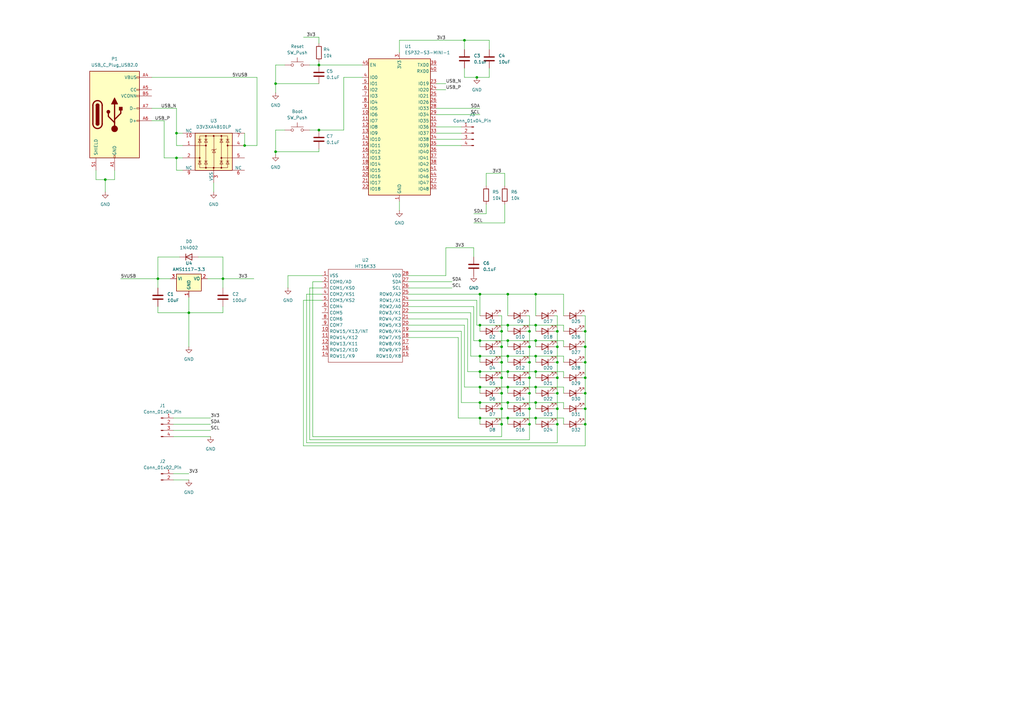
<source format=kicad_sch>
(kicad_sch (version 20231120) (generator "eeschema") (generator_version "8.0")
  (paper "A3")
  (lib_symbols
    (symbol "Connector:Conn_01x02_Pin" (pin_names (offset 1.016) hide)
      (property "Reference" "J" (at 0 2.54 0))
      (property "Value" "Conn_01x02_Pin" (at 0 -5.08 0))
      (symbol "Conn_01x02_Pin_1_1"
        (pin passive line (at 5.08 0 180) (length 3.81) (name "Pin_1") (number "1"))
        (pin passive line (at 5.08 -2.54 180) (length 3.81) (name "Pin_2") (number "2"))
      )
    )
    (symbol "Connector:Conn_01x04_Pin" (pin_names (offset 1.016) hide)
      (property "Reference" "J" (at 0 5.08 0))
      (property "Value" "Conn_01x04_Pin" (at 0 -7.62 0))
      (symbol "Conn_01x04_Pin_1_1"
        (pin passive line (at 5.08 2.54 180) (length 3.81) (name "Pin_1") (number "1"))
        (pin passive line (at 5.08 0 180) (length 3.81) (name "Pin_2") (number "2"))
        (pin passive line (at 5.08 -2.54 180) (length 3.81) (name "Pin_3") (number "3"))
        (pin passive line (at 5.08 -5.08 180) (length 3.81) (name "Pin_4") (number "4"))
      )
    )
    (symbol "Connector:USB_C_Plug_USB2.0" (pin_names (offset 1.016))
      (property "Reference" "P" (at -10.16 19.05 0))
      (property "Value" "USB_C_Plug_USB2.0" (at 12.7 19.05 0))
      (symbol "USB_C_Plug_USB2.0_1_1"
        (pin passive line (at 0 -22.86 90) (length 5.08) (name "GND") (number "A1"))
        (pin passive line (at 0 -22.86 90) (length 5.08) hide (name "GND") (number "A12"))
        (pin passive line (at 15.24 15.24 180) (length 5.08) (name "VBUS") (number "A4"))
        (pin bidirectional line (at 15.24 10.16 180) (length 5.08) (name "CC") (number "A5"))
        (pin bidirectional line (at 15.24 -2.54 180) (length 5.08) (name "D+") (number "A6"))
        (pin bidirectional line (at 15.24 2.54 180) (length 5.08) (name "D-") (number "A7"))
        (pin passive line (at 15.24 15.24 180) (length 5.08) hide (name "VBUS") (number "A9"))
        (pin passive line (at 0 -22.86 90) (length 5.08) hide (name "GND") (number "B1"))
        (pin passive line (at 0 -22.86 90) (length 5.08) hide (name "GND") (number "B12"))
        (pin passive line (at 15.24 15.24 180) (length 5.08) hide (name "VBUS") (number "B4"))
        (pin bidirectional line (at 15.24 7.62 180) (length 5.08) (name "VCONN") (number "B5"))
        (pin passive line (at 15.24 15.24 180) (length 5.08) hide (name "VBUS") (number "B9"))
        (pin passive line (at -7.62 -22.86 90) (length 5.08) (name "SHIELD") (number "S1"))
      )
    )
    (symbol "Device:C" (pin_numbers hide) (pin_names (offset 0.254))
      (property "Reference" "C" (at 0.635 2.54 0))
      (property "Value" "C" (at 0.635 -2.54 0))
      (symbol "C_1_1"
        (pin passive line (at 0 3.81 270) (length 2.794) (name "~") (number "1"))
        (pin passive line (at 0 -3.81 90) (length 2.794) (name "~") (number "2"))
      )
    )
    (symbol "Device:LED" (pin_numbers hide) (pin_names (offset 1.016) hide)
      (property "Reference" "D" (at 0 2.54 0))
      (property "Value" "LED" (at 0 -2.54 0))
      (symbol "LED_1_1"
        (pin passive line (at -3.81 0 0) (length 2.54) (name "K") (number "1"))
        (pin passive line (at 3.81 0 180) (length 2.54) (name "A") (number "2"))
      )
    )
    (symbol "Device:R" (pin_numbers hide) (pin_names (offset 0))
      (property "Reference" "R" (at 2.032 0 90))
      (property "Value" "R" (at 0 0 90))
      (symbol "R_1_1"
        (pin passive line (at 0 3.81 270) (length 1.27) (name "~") (number "1"))
        (pin passive line (at 0 -3.81 90) (length 1.27) (name "~") (number "2"))
      )
    )
    (symbol "DevyLibrary:HT16K33_LEDDRIVER"
      (property "Reference" "U" (at 9.398 3.81 0))
      (symbol "HT16K33_LEDDRIVER_1_1"
        (pin power_in line (at -8.89 0 0) (length 2.54) (name "VSS") (number "1"))
        (pin bidirectional line (at -8.89 -22.86 0) (length 2.54) (name "ROW15/K13/INT") (number "10"))
        (pin bidirectional line (at -8.89 -25.4 0) (length 2.54) (name "ROW14/K12") (number "11"))
        (pin bidirectional line (at -8.89 -27.94 0) (length 2.54) (name "ROW13/K11") (number "12"))
        (pin bidirectional line (at -8.89 -30.48 0) (length 2.54) (name "ROW12/K10") (number "13"))
        (pin bidirectional line (at -8.89 -33.02 0) (length 2.54) (name "ROW11/K9") (number "14"))
        (pin output line (at 26.67 -33.02 180) (length 2.54) (name "ROW10/K8") (number "15"))
        (pin output line (at 26.67 -30.48 180) (length 2.54) (name "ROW9/K7") (number "16"))
        (pin output line (at 26.67 -27.94 180) (length 2.54) (name "ROW8/K6") (number "17"))
        (pin output line (at 26.67 -25.4 180) (length 2.54) (name "ROW7/K5") (number "18"))
        (pin output line (at 26.67 -22.86 180) (length 2.54) (name "ROW6/K4") (number "19"))
        (pin output line (at -8.89 -2.54 0) (length 2.54) (name "COM0/AD") (number "2"))
        (pin output line (at 26.67 -20.32 180) (length 2.54) (name "ROW5/K3") (number "20"))
        (pin output line (at 26.67 -17.78 180) (length 2.54) (name "ROW4/K2") (number "21"))
        (pin output line (at 26.67 -15.24 180) (length 2.54) (name "ROW3/K1") (number "22"))
        (pin output line (at 26.67 -12.7 180) (length 2.54) (name "ROW2/A0") (number "23"))
        (pin output line (at 26.67 -10.16 180) (length 2.54) (name "ROW1/A1") (number "24"))
        (pin output line (at 26.67 -7.62 180) (length 2.54) (name "ROW0/A2") (number "25"))
        (pin input line (at 26.67 -5.08 180) (length 2.54) (name "SCL") (number "26"))
        (pin bidirectional line (at 26.67 -2.54 180) (length 2.54) (name "SDA") (number "27"))
        (pin power_in line (at 26.67 0 180) (length 2.54) (name "VDD") (number "28"))
        (pin output line (at -8.89 -5.08 0) (length 2.54) (name "COM1/KS0") (number "3"))
        (pin output line (at -8.89 -7.62 0) (length 2.54) (name "COM2/KS1") (number "4"))
        (pin output line (at -8.89 -10.16 0) (length 2.54) (name "COM3/KS2") (number "5"))
        (pin output line (at -8.89 -12.7 0) (length 2.54) (name "COM4") (number "6"))
        (pin output line (at -8.89 -15.24 0) (length 2.54) (name "COM5") (number "7"))
        (pin output line (at -8.89 -17.78 0) (length 2.54) (name "COM6") (number "8"))
        (pin output line (at -8.89 -20.32 0) (length 2.54) (name "COM7") (number "9"))
      )
    )
    (symbol "Diode:1N4002" (pin_numbers hide) (pin_names hide)
      (property "Reference" "D" (at 0 2.54 0))
      (property "Value" "1N4002" (at 0 -2.54 0))
      (symbol "1N4002_1_1"
        (pin passive line (at -3.81 0 0) (length 2.54) (name "K") (number "1"))
        (pin passive line (at 3.81 0 180) (length 2.54) (name "A") (number "2"))
      )
    )
    (symbol "Power_Protection:D3V3XA4B10LP" (pin_names (offset 0))
      (property "Reference" "U" (at -0.635 8.89 0))
      (property "Value" "D3V3XA4B10LP" (at 8.89 -10.16 0))
      (symbol "D3V3XA4B10LP_1_1"
        (pin passive line (at -12.7 2.54 0) (length 5.08) (name "~") (number "1"))
        (pin free line (at -12.7 7.62 0) (length 5.08) (name "NC") (number "10"))
        (pin passive line (at -12.7 -2.54 0) (length 5.08) (name "~") (number "2"))
        (pin power_in line (at 0 -12.7 90) (length 5.08) (name "VSS") (number "3"))
        (pin passive line (at 12.7 2.54 180) (length 5.08) (name "~") (number "4"))
        (pin passive line (at 12.7 -2.54 180) (length 5.08) (name "~") (number "5"))
        (pin free line (at 12.7 -7.62 180) (length 5.08) (name "NC") (number "6"))
        (pin free line (at 12.7 7.62 180) (length 5.08) (name "NC") (number "7"))
        (pin passive line (at 0 -12.7 90) (length 5.08) hide (name "VSS") (number "8"))
        (pin free line (at -12.7 -7.62 0) (length 5.08) (name "NC") (number "9"))
      )
    )
    (symbol "RF_Module:ESP32-S3-MINI-1"
      (property "Reference" "U" (at -11.43 29.21 0))
      (property "Value" "ESP32-S3-MINI-1" (at 12.7 29.21 0))
      (symbol "ESP32-S3-MINI-1_1_1"
        (pin power_in line (at 0 -30.48 90) (length 2.54) (name "GND") (number "1"))
        (pin bidirectional line (at -15.24 5.08 0) (length 2.54) (name "IO6") (number "10"))
        (pin bidirectional line (at -15.24 2.54 0) (length 2.54) (name "IO7") (number "11"))
        (pin bidirectional line (at -15.24 0 0) (length 2.54) (name "IO8") (number "12"))
        (pin bidirectional line (at -15.24 -2.54 0) (length 2.54) (name "IO9") (number "13"))
        (pin bidirectional line (at -15.24 -5.08 0) (length 2.54) (name "IO10") (number "14"))
        (pin bidirectional line (at -15.24 -7.62 0) (length 2.54) (name "IO11") (number "15"))
        (pin bidirectional line (at -15.24 -10.16 0) (length 2.54) (name "IO12") (number "16"))
        (pin bidirectional line (at -15.24 -12.7 0) (length 2.54) (name "IO13") (number "17"))
        (pin bidirectional line (at -15.24 -15.24 0) (length 2.54) (name "IO14") (number "18"))
        (pin bidirectional line (at -15.24 -17.78 0) (length 2.54) (name "IO15") (number "19"))
        (pin passive line (at 0 -30.48 90) (length 2.54) hide (name "GND") (number "2"))
        (pin bidirectional line (at -15.24 -20.32 0) (length 2.54) (name "IO16") (number "20"))
        (pin bidirectional line (at -15.24 -22.86 0) (length 2.54) (name "IO17") (number "21"))
        (pin bidirectional line (at -15.24 -25.4 0) (length 2.54) (name "IO18") (number "22"))
        (pin bidirectional line (at 15.24 17.78 180) (length 2.54) (name "IO19") (number "23"))
        (pin bidirectional line (at 15.24 15.24 180) (length 2.54) (name "IO20") (number "24"))
        (pin bidirectional line (at 15.24 12.7 180) (length 2.54) (name "IO21") (number "25"))
        (pin bidirectional line (at 15.24 10.16 180) (length 2.54) (name "IO26") (number "26"))
        (pin bidirectional line (at 15.24 -22.86 180) (length 2.54) (name "IO47") (number "27"))
        (pin bidirectional line (at 15.24 7.62 180) (length 2.54) (name "IO33") (number "28"))
        (pin bidirectional line (at 15.24 5.08 180) (length 2.54) (name "IO34") (number "29"))
        (pin power_in line (at 0 30.48 270) (length 2.54) (name "3V3") (number "3"))
        (pin bidirectional line (at 15.24 -25.4 180) (length 2.54) (name "IO48") (number "30"))
        (pin bidirectional line (at 15.24 2.54 180) (length 2.54) (name "IO35") (number "31"))
        (pin bidirectional line (at 15.24 0 180) (length 2.54) (name "IO36") (number "32"))
        (pin bidirectional line (at 15.24 -2.54 180) (length 2.54) (name "IO37") (number "33"))
        (pin bidirectional line (at 15.24 -5.08 180) (length 2.54) (name "IO38") (number "34"))
        (pin bidirectional line (at 15.24 -7.62 180) (length 2.54) (name "IO39") (number "35"))
        (pin bidirectional line (at 15.24 -10.16 180) (length 2.54) (name "IO40") (number "36"))
        (pin bidirectional line (at 15.24 -12.7 180) (length 2.54) (name "IO41") (number "37"))
        (pin bidirectional line (at 15.24 -15.24 180) (length 2.54) (name "IO42") (number "38"))
        (pin bidirectional line (at 15.24 25.4 180) (length 2.54) (name "TXD0") (number "39"))
        (pin bidirectional line (at -15.24 20.32 0) (length 2.54) (name "IO0") (number "4"))
        (pin bidirectional line (at 15.24 22.86 180) (length 2.54) (name "RXD0") (number "40"))
        (pin bidirectional line (at 15.24 -17.78 180) (length 2.54) (name "IO45") (number "41"))
        (pin passive line (at 0 -30.48 90) (length 2.54) hide (name "GND") (number "42"))
        (pin passive line (at 0 -30.48 90) (length 2.54) hide (name "GND") (number "43"))
        (pin bidirectional line (at 15.24 -20.32 180) (length 2.54) (name "IO46") (number "44"))
        (pin input line (at -15.24 25.4 0) (length 2.54) (name "EN") (number "45"))
        (pin passive line (at 0 -30.48 90) (length 2.54) hide (name "GND") (number "46"))
        (pin passive line (at 0 -30.48 90) (length 2.54) hide (name "GND") (number "47"))
        (pin passive line (at 0 -30.48 90) (length 2.54) hide (name "GND") (number "48"))
        (pin passive line (at 0 -30.48 90) (length 2.54) hide (name "GND") (number "49"))
        (pin bidirectional line (at -15.24 17.78 0) (length 2.54) (name "IO1") (number "5"))
        (pin passive line (at 0 -30.48 90) (length 2.54) hide (name "GND") (number "50"))
        (pin passive line (at 0 -30.48 90) (length 2.54) hide (name "GND") (number "51"))
        (pin passive line (at 0 -30.48 90) (length 2.54) hide (name "GND") (number "52"))
        (pin passive line (at 0 -30.48 90) (length 2.54) hide (name "GND") (number "53"))
        (pin passive line (at 0 -30.48 90) (length 2.54) hide (name "GND") (number "54"))
        (pin passive line (at 0 -30.48 90) (length 2.54) hide (name "GND") (number "55"))
        (pin passive line (at 0 -30.48 90) (length 2.54) hide (name "GND") (number "56"))
        (pin passive line (at 0 -30.48 90) (length 2.54) hide (name "GND") (number "57"))
        (pin passive line (at 0 -30.48 90) (length 2.54) hide (name "GND") (number "58"))
        (pin passive line (at 0 -30.48 90) (length 2.54) hide (name "GND") (number "59"))
        (pin bidirectional line (at -15.24 15.24 0) (length 2.54) (name "IO2") (number "6"))
        (pin passive line (at 0 -30.48 90) (length 2.54) hide (name "GND") (number "60"))
        (pin passive line (at 0 -30.48 90) (length 2.54) hide (name "GND") (number "61"))
        (pin passive line (at 0 -30.48 90) (length 2.54) hide (name "GND") (number "62"))
        (pin passive line (at 0 -30.48 90) (length 2.54) hide (name "GND") (number "63"))
        (pin passive line (at 0 -30.48 90) (length 2.54) hide (name "GND") (number "64"))
        (pin passive line (at 0 -30.48 90) (length 2.54) hide (name "GND") (number "65"))
        (pin bidirectional line (at -15.24 12.7 0) (length 2.54) (name "IO3") (number "7"))
        (pin bidirectional line (at -15.24 10.16 0) (length 2.54) (name "IO4") (number "8"))
        (pin bidirectional line (at -15.24 7.62 0) (length 2.54) (name "IO5") (number "9"))
      )
    )
    (symbol "Regulator_Linear:AMS1117-3.3"
      (property "Reference" "U" (at -3.81 3.175 0))
      (property "Value" "AMS1117-3.3" (at 0 3.175 0))
      (symbol "AMS1117-3.3_1_1"
        (pin power_in line (at 0 -7.62 90) (length 2.54) (name "GND") (number "1"))
        (pin power_out line (at 7.62 0 180) (length 2.54) (name "VO") (number "2"))
        (pin power_in line (at -7.62 0 0) (length 2.54) (name "VI") (number "3"))
      )
    )
    (symbol "Switch:SW_Push" (pin_numbers hide) (pin_names (offset 1.016) hide)
      (property "Reference" "SW" (at 1.27 2.54 0))
      (property "Value" "SW_Push" (at 0 -1.524 0))
      (symbol "SW_Push_0_1"
        (pin passive line (at -5.08 0 0) (length 2.54) (name "1") (number "1"))
        (pin passive line (at 5.08 0 180) (length 2.54) (name "2") (number "2"))
      )
    )
    (symbol "power:GND" (power) (pin_numbers hide) (pin_names (offset 0) hide)
      (property "Value" "GND" (at 0 -3.81 0))
      (symbol "GND_1_1"
        (pin power_in line (at 0 0 270) (length 0) (name "~") (number "1"))
      )
    )
  )
  (junction (at 217.17 167.64))
  (junction (at 113.03 62.23))
  (junction (at 217.17 142.24))
  (junction (at 228.6 173.99))
  (junction (at 217.17 154.94))
  (junction (at 72.39 54.61))
  (junction (at 205.74 154.94))
  (junction (at 219.71 158.75))
  (junction (at 217.17 161.29))
  (junction (at 217.17 148.59))
  (junction (at 195.58 31.75))
  (junction (at 240.03 161.29))
  (junction (at 196.85 133.35))
  (junction (at 205.74 173.99))
  (junction (at 205.74 135.89))
  (junction (at 91.44 114.3))
  (junction (at 130.81 53.34))
  (junction (at 208.28 120.65))
  (junction (at 196.85 120.65))
  (junction (at 113.03 34.29))
  (junction (at 217.17 135.89))
  (junction (at 64.77 114.3))
  (junction (at 196.85 165.1))
  (junction (at 196.85 146.05))
  (junction (at 196.85 171.45))
  (junction (at 228.6 154.94))
  (junction (at 205.74 148.59))
  (junction (at 228.6 148.59))
  (junction (at 240.03 173.99))
  (junction (at 219.71 152.4))
  (junction (at 196.85 158.75))
  (junction (at 208.28 152.4))
  (junction (at 219.71 133.35))
  (junction (at 130.81 26.67))
  (junction (at 205.74 142.24))
  (junction (at 228.6 142.24))
  (junction (at 228.6 135.89))
  (junction (at 219.71 146.05))
  (junction (at 196.85 139.7))
  (junction (at 208.28 133.35))
  (junction (at 208.28 158.75))
  (junction (at 72.39 64.77))
  (junction (at 219.71 139.7))
  (junction (at 77.47 128.27))
  (junction (at 219.71 171.45))
  (junction (at 240.03 142.24))
  (junction (at 208.28 146.05))
  (junction (at 205.74 167.64))
  (junction (at 208.28 171.45))
  (junction (at 205.74 161.29))
  (junction (at 217.17 173.99))
  (junction (at 43.18 73.66))
  (junction (at 208.28 139.7))
  (junction (at 240.03 167.64))
  (junction (at 240.03 148.59))
  (junction (at 240.03 135.89))
  (junction (at 196.85 152.4))
  (junction (at 208.28 165.1))
  (junction (at 190.5 16.51))
  (junction (at 219.71 120.65))
  (junction (at 100.33 59.69))
  (junction (at 228.6 167.64))
  (junction (at 228.6 161.29))
  (junction (at 219.71 165.1))
  (junction (at 240.03 154.94))
  (wire (pts (xy 240.03 148.59) (xy 240.03 142.24)))
  (wire (pts (xy 71.12 179.07) (xy 86.36 179.07)))
  (wire (pts (xy 208.28 154.94) (xy 208.28 152.4)))
  (wire (pts (xy 167.64 120.65) (xy 196.85 120.65)))
  (wire (pts (xy 196.85 133.35) (xy 196.85 135.89)))
  (wire (pts (xy 113.03 38.1) (xy 113.03 34.29)))
  (wire (pts (xy 228.6 173.99) (xy 227.33 173.99)))
  (wire (pts (xy 196.85 171.45) (xy 196.85 173.99)))
  (wire (pts (xy 215.9 142.24) (xy 217.17 142.24)))
  (wire (pts (xy 219.71 152.4) (xy 208.28 152.4)))
  (wire (pts (xy 190.5 27.94) (xy 190.5 31.75)))
  (wire (pts (xy 208.28 148.59) (xy 208.28 146.05)))
  (wire (pts (xy 208.28 120.65) (xy 196.85 120.65)))
  (wire (pts (xy 71.12 194.31) (xy 77.47 194.31)))
  (wire (pts (xy 199.39 83.82) (xy 199.39 87.63)))
  (wire (pts (xy 105.41 59.69) (xy 105.41 31.75)))
  (wire (pts (xy 167.64 125.73) (xy 194.31 125.73)))
  (wire (pts (xy 231.14 142.24) (xy 231.14 139.7)))
  (wire (pts (xy 217.17 180.34) (xy 217.17 173.99)))
  (wire (pts (xy 49.53 114.3) (xy 64.77 114.3)))
  (wire (pts (xy 64.77 114.3) (xy 69.85 114.3)))
  (wire (pts (xy 205.74 167.64) (xy 205.74 161.29)))
  (wire (pts (xy 240.03 173.99) (xy 240.03 167.64)))
  (wire (pts (xy 71.12 173.99) (xy 86.36 173.99)))
  (wire (pts (xy 240.03 167.64) (xy 240.03 161.29)))
  (wire (pts (xy 208.28 158.75) (xy 196.85 158.75)))
  (wire (pts (xy 231.14 161.29) (xy 231.14 158.75)))
  (wire (pts (xy 219.71 148.59) (xy 219.71 146.05)))
  (wire (pts (xy 231.14 171.45) (xy 231.14 173.99)))
  (wire (pts (xy 215.9 173.99) (xy 217.17 173.99)))
  (wire (pts (xy 189.23 135.89) (xy 189.23 165.1)))
  (wire (pts (xy 163.83 16.51) (xy 190.5 16.51)))
  (wire (pts (xy 72.39 54.61) (xy 72.39 44.45)))
  (wire (pts (xy 238.76 161.29) (xy 240.03 161.29)))
  (wire (pts (xy 217.17 154.94) (xy 217.17 148.59)))
  (wire (pts (xy 219.71 142.24) (xy 219.71 139.7)))
  (wire (pts (xy 74.93 59.69) (xy 72.39 59.69)))
  (wire (pts (xy 240.03 182.88) (xy 240.03 173.99)))
  (wire (pts (xy 231.14 133.35) (xy 219.71 133.35)))
  (wire (pts (xy 195.58 31.75) (xy 200.66 31.75)))
  (wire (pts (xy 205.74 142.24) (xy 205.74 135.89)))
  (wire (pts (xy 113.03 53.34) (xy 113.03 62.23)))
  (wire (pts (xy 196.85 133.35) (xy 195.58 133.35)))
  (wire (pts (xy 228.6 142.24) (xy 228.6 148.59)))
  (wire (pts (xy 208.28 165.1) (xy 208.28 167.64)))
  (wire (pts (xy 208.28 146.05) (xy 196.85 146.05)))
  (wire (pts (xy 196.85 165.1) (xy 196.85 167.64)))
  (wire (pts (xy 208.28 165.1) (xy 196.85 165.1)))
  (wire (pts (xy 228.6 135.89) (xy 228.6 142.24)))
  (wire (pts (xy 204.47 135.89) (xy 205.74 135.89)))
  (wire (pts (xy 189.23 135.89) (xy 167.64 135.89)))
  (wire (pts (xy 190.5 16.51) (xy 190.5 20.32)))
  (wire (pts (xy 187.96 138.43) (xy 167.64 138.43)))
  (wire (pts (xy 179.07 57.15) (xy 189.23 57.15)))
  (wire (pts (xy 208.28 158.75) (xy 208.28 161.29)))
  (wire (pts (xy 204.47 161.29) (xy 205.74 161.29)))
  (wire (pts (xy 179.07 52.07) (xy 189.23 52.07)))
  (wire (pts (xy 231.14 120.65) (xy 219.71 120.65)))
  (wire (pts (xy 195.58 123.19) (xy 195.58 133.35)))
  (wire (pts (xy 227.33 135.89) (xy 228.6 135.89)))
  (wire (pts (xy 231.14 158.75) (xy 219.71 158.75)))
  (wire (pts (xy 196.85 152.4) (xy 196.85 154.94)))
  (wire (pts (xy 91.44 114.3) (xy 104.14 114.3)))
  (wire (pts (xy 127 118.11) (xy 132.08 118.11)))
  (wire (pts (xy 43.18 73.66) (xy 43.18 78.74)))
  (wire (pts (xy 240.03 161.29) (xy 240.03 154.94)))
  (wire (pts (xy 85.09 114.3) (xy 91.44 114.3)))
  (wire (pts (xy 200.66 20.32) (xy 200.66 16.51)))
  (wire (pts (xy 64.77 105.41) (xy 64.77 114.3)))
  (wire (pts (xy 208.28 133.35) (xy 219.71 133.35)))
  (wire (pts (xy 196.85 139.7) (xy 196.85 142.24)))
  (wire (pts (xy 240.03 129.54) (xy 238.76 129.54)))
  (wire (pts (xy 167.64 133.35) (xy 190.5 133.35)))
  (wire (pts (xy 167.64 128.27) (xy 193.04 128.27)))
  (wire (pts (xy 238.76 135.89) (xy 240.03 135.89)))
  (wire (pts (xy 72.39 64.77) (xy 74.93 64.77)))
  (wire (pts (xy 208.28 139.7) (xy 196.85 139.7)))
  (wire (pts (xy 193.04 128.27) (xy 193.04 146.05)))
  (wire (pts (xy 167.64 113.03) (xy 182.88 113.03)))
  (wire (pts (xy 240.03 135.89) (xy 240.03 129.54)))
  (wire (pts (xy 208.28 171.45) (xy 219.71 171.45)))
  (wire (pts (xy 205.74 173.99) (xy 205.74 179.07)))
  (wire (pts (xy 132.08 123.19) (xy 124.46 123.19)))
  (wire (pts (xy 77.47 128.27) (xy 91.44 128.27)))
  (wire (pts (xy 179.07 46.99) (xy 196.85 46.99)))
  (wire (pts (xy 228.6 154.94) (xy 228.6 161.29)))
  (wire (pts (xy 204.47 129.54) (xy 205.74 129.54)))
  (wire (pts (xy 219.71 171.45) (xy 231.14 171.45)))
  (wire (pts (xy 196.85 146.05) (xy 196.85 148.59)))
  (wire (pts (xy 208.28 129.54) (xy 208.28 120.65)))
  (wire (pts (xy 72.39 59.69) (xy 72.39 54.61)))
  (wire (pts (xy 196.85 158.75) (xy 196.85 161.29)))
  (wire (pts (xy 196.85 165.1) (xy 189.23 165.1)))
  (wire (pts (xy 231.14 139.7) (xy 219.71 139.7)))
  (wire (pts (xy 71.12 176.53) (xy 86.36 176.53)))
  (wire (pts (xy 72.39 54.61) (xy 74.93 54.61)))
  (wire (pts (xy 105.41 31.75) (xy 62.23 31.75)))
  (wire (pts (xy 219.71 158.75) (xy 219.71 161.29)))
  (wire (pts (xy 215.9 167.64) (xy 217.17 167.64)))
  (wire (pts (xy 200.66 31.75) (xy 200.66 27.94)))
  (wire (pts (xy 207.01 71.12) (xy 207.01 76.2)))
  (wire (pts (xy 64.77 128.27) (xy 77.47 128.27)))
  (wire (pts (xy 205.74 129.54) (xy 205.74 135.89)))
  (wire (pts (xy 127 180.34) (xy 127 118.11)))
  (wire (pts (xy 163.83 82.55) (xy 163.83 86.36)))
  (wire (pts (xy 113.03 34.29) (xy 113.03 26.67)))
  (wire (pts (xy 132.08 120.65) (xy 125.73 120.65)))
  (wire (pts (xy 187.96 171.45) (xy 187.96 138.43)))
  (wire (pts (xy 219.71 158.75) (xy 208.28 158.75)))
  (wire (pts (xy 130.81 53.34) (xy 127 53.34)))
  (wire (pts (xy 167.64 130.81) (xy 191.77 130.81)))
  (wire (pts (xy 208.28 171.45) (xy 208.28 173.99)))
  (wire (pts (xy 215.9 161.29) (xy 217.17 161.29)))
  (wire (pts (xy 205.74 161.29) (xy 205.74 154.94)))
  (wire (pts (xy 217.17 129.54) (xy 217.17 135.89)))
  (wire (pts (xy 128.27 115.57) (xy 132.08 115.57)))
  (wire (pts (xy 194.31 87.63) (xy 199.39 87.63)))
  (wire (pts (xy 231.14 167.64) (xy 231.14 165.1)))
  (wire (pts (xy 215.9 129.54) (xy 217.17 129.54)))
  (wire (pts (xy 91.44 114.3) (xy 91.44 118.11)))
  (wire (pts (xy 182.88 101.6) (xy 182.88 113.03)))
  (wire (pts (xy 219.71 165.1) (xy 219.71 167.64)))
  (wire (pts (xy 191.77 130.81) (xy 191.77 152.4)))
  (wire (pts (xy 228.6 129.54) (xy 228.6 135.89)))
  (wire (pts (xy 194.31 91.44) (xy 207.01 91.44)))
  (wire (pts (xy 227.33 154.94) (xy 228.6 154.94)))
  (wire (pts (xy 64.77 114.3) (xy 64.77 118.11)))
  (wire (pts (xy 205.74 167.64) (xy 205.74 173.99)))
  (wire (pts (xy 179.07 44.45) (xy 196.85 44.45)))
  (wire (pts (xy 113.03 62.23) (xy 130.81 62.23)))
  (wire (pts (xy 215.9 154.94) (xy 217.17 154.94)))
  (wire (pts (xy 204.47 142.24) (xy 205.74 142.24)))
  (wire (pts (xy 208.28 135.89) (xy 208.28 133.35)))
  (wire (pts (xy 100.33 59.69) (xy 105.41 59.69)))
  (wire (pts (xy 167.64 118.11) (xy 185.42 118.11)))
  (wire (pts (xy 64.77 125.73) (xy 64.77 128.27)))
  (wire (pts (xy 124.46 123.19) (xy 124.46 182.88)))
  (wire (pts (xy 77.47 121.92) (xy 77.47 128.27)))
  (wire (pts (xy 231.14 154.94) (xy 231.14 152.4)))
  (wire (pts (xy 227.33 142.24) (xy 228.6 142.24)))
  (wire (pts (xy 91.44 128.27) (xy 91.44 125.73)))
  (wire (pts (xy 194.31 101.6) (xy 194.31 105.41)))
  (wire (pts (xy 227.33 129.54) (xy 228.6 129.54)))
  (wire (pts (xy 67.31 49.53) (xy 67.31 64.77)))
  (wire (pts (xy 217.17 167.64) (xy 217.17 161.29)))
  (wire (pts (xy 231.14 135.89) (xy 231.14 133.35)))
  (wire (pts (xy 228.6 148.59) (xy 228.6 154.94)))
  (wire (pts (xy 219.71 146.05) (xy 208.28 146.05)))
  (wire (pts (xy 127 26.67) (xy 130.81 26.67)))
  (wire (pts (xy 204.47 173.99) (xy 205.74 173.99)))
  (wire (pts (xy 228.6 181.61) (xy 228.6 173.99)))
  (wire (pts (xy 91.44 105.41) (xy 91.44 114.3)))
  (wire (pts (xy 113.03 62.23) (xy 113.03 63.5)))
  (wire (pts (xy 190.5 31.75) (xy 195.58 31.75)))
  (wire (pts (xy 231.14 129.54) (xy 231.14 120.65)))
  (wire (pts (xy 130.81 26.67) (xy 148.59 26.67)))
  (wire (pts (xy 240.03 154.94) (xy 240.03 148.59)))
  (wire (pts (xy 62.23 49.53) (xy 67.31 49.53)))
  (wire (pts (xy 179.07 34.29) (xy 182.88 34.29)))
  (wire (pts (xy 204.47 148.59) (xy 205.74 148.59)))
  (wire (pts (xy 208.28 142.24) (xy 208.28 139.7)))
  (wire (pts (xy 204.47 154.94) (xy 205.74 154.94)))
  (wire (pts (xy 179.07 54.61) (xy 189.23 54.61)))
  (wire (pts (xy 43.18 73.66) (xy 46.99 73.66)))
  (wire (pts (xy 228.6 161.29) (xy 228.6 167.64)))
  (wire (pts (xy 238.76 142.24) (xy 240.03 142.24)))
  (wire (pts (xy 130.81 53.34) (xy 140.97 53.34)))
  (wire (pts (xy 71.12 171.45) (xy 86.36 171.45)))
  (wire (pts (xy 208.28 152.4) (xy 196.85 152.4)))
  (wire (pts (xy 231.14 152.4) (xy 219.71 152.4)))
  (wire (pts (xy 118.11 113.03) (xy 132.08 113.03)))
  (wire (pts (xy 128.27 179.07) (xy 128.27 115.57)))
  (wire (pts (xy 219.71 120.65) (xy 208.28 120.65)))
  (wire (pts (xy 219.71 171.45) (xy 219.71 173.99)))
  (wire (pts (xy 227.33 167.64) (xy 228.6 167.64)))
  (wire (pts (xy 196.85 120.65) (xy 196.85 129.54)))
  (wire (pts (xy 200.66 16.51) (xy 190.5 16.51)))
  (wire (pts (xy 39.37 69.85) (xy 39.37 73.66)))
  (wire (pts (xy 238.76 167.64) (xy 240.03 167.64)))
  (wire (pts (xy 124.46 15.24) (xy 130.81 15.24)))
  (wire (pts (xy 190.5 158.75) (xy 196.85 158.75)))
  (wire (pts (xy 217.17 135.89) (xy 215.9 135.89)))
  (wire (pts (xy 219.71 135.89) (xy 219.71 133.35)))
  (wire (pts (xy 205.74 148.59) (xy 205.74 142.24)))
  (wire (pts (xy 167.64 115.57) (xy 185.42 115.57)))
  (wire (pts (xy 228.6 167.64) (xy 228.6 173.99)))
  (wire (pts (xy 231.14 146.05) (xy 219.71 146.05)))
  (wire (pts (xy 231.14 165.1) (xy 219.71 165.1)))
  (wire (pts (xy 219.71 152.4) (xy 219.71 154.94)))
  (wire (pts (xy 100.33 54.61) (xy 100.33 59.69)))
  (wire (pts (xy 130.81 26.67) (xy 130.81 25.4)))
  (wire (pts (xy 217.17 142.24) (xy 217.17 135.89)))
  (wire (pts (xy 77.47 128.27) (xy 77.47 142.24)))
  (wire (pts (xy 196.85 171.45) (xy 208.28 171.45)))
  (wire (pts (xy 191.77 152.4) (xy 196.85 152.4)))
  (wire (pts (xy 205.74 154.94) (xy 205.74 148.59)))
  (wire (pts (xy 199.39 71.12) (xy 207.01 71.12)))
  (wire (pts (xy 128.27 179.07) (xy 205.74 179.07)))
  (wire (pts (xy 196.85 133.35) (xy 208.28 133.35)))
  (wire (pts (xy 194.31 125.73) (xy 194.31 139.7)))
  (wire (pts (xy 219.71 129.54) (xy 219.71 120.65)))
  (wire (pts (xy 113.03 26.67) (xy 116.84 26.67)))
  (wire (pts (xy 118.11 113.03) (xy 118.11 118.11)))
  (wire (pts (xy 196.85 139.7) (xy 194.31 139.7)))
  (wire (pts (xy 130.81 60.96) (xy 130.81 62.23)))
  (wire (pts (xy 148.59 31.75) (xy 140.97 31.75)))
  (wire (pts (xy 116.84 53.34) (xy 113.03 53.34)))
  (wire (pts (xy 72.39 64.77) (xy 67.31 64.77)))
  (wire (pts (xy 240.03 142.24) (xy 240.03 135.89)))
  (wire (pts (xy 238.76 154.94) (xy 240.03 154.94)))
  (wire (pts (xy 219.71 139.7) (xy 208.28 139.7)))
  (wire (pts (xy 72.39 69.85) (xy 72.39 64.77)))
  (wire (pts (xy 238.76 148.59) (xy 240.03 148.59)))
  (wire (pts (xy 238.76 173.99) (xy 240.03 173.99)))
  (wire (pts (xy 81.28 105.41) (xy 91.44 105.41)))
  (wire (pts (xy 163.83 21.59) (xy 163.83 16.51)))
  (wire (pts (xy 217.17 173.99) (xy 217.17 167.64)))
  (wire (pts (xy 124.46 182.88) (xy 240.03 182.88)))
  (wire (pts (xy 215.9 148.59) (xy 217.17 148.59)))
  (wire (pts (xy 207.01 83.82) (xy 207.01 91.44)))
  (wire (pts (xy 179.07 59.69) (xy 189.23 59.69)))
  (wire (pts (xy 130.81 17.78) (xy 130.81 15.24)))
  (wire (pts (xy 72.39 44.45) (xy 62.23 44.45)))
  (wire (pts (xy 190.5 133.35) (xy 190.5 158.75)))
  (wire (pts (xy 140.97 31.75) (xy 140.97 53.34)))
  (wire (pts (xy 231.14 148.59) (xy 231.14 146.05)))
  (wire (pts (xy 217.17 148.59) (xy 217.17 142.24)))
  (wire (pts (xy 39.37 73.66) (xy 43.18 73.66)))
  (wire (pts (xy 74.93 69.85) (xy 72.39 69.85)))
  (wire (pts (xy 219.71 165.1) (xy 208.28 165.1)))
  (wire (pts (xy 167.64 123.19) (xy 195.58 123.19)))
  (wire (pts (xy 127 180.34) (xy 217.17 180.34)))
  (wire (pts (xy 193.04 146.05) (xy 196.85 146.05)))
  (wire (pts (xy 217.17 161.29) (xy 217.17 154.94)))
  (wire (pts (xy 204.47 167.64) (xy 205.74 167.64)))
  (wire (pts (xy 182.88 101.6) (xy 194.31 101.6)))
  (wire (pts (xy 187.96 171.45) (xy 196.85 171.45)))
  (wire (pts (xy 46.99 73.66) (xy 46.99 69.85)))
  (wire (pts (xy 113.03 34.29) (xy 130.81 34.29)))
  (wire (pts (xy 87.63 74.93) (xy 87.63 78.74)))
  (wire (pts (xy 71.12 196.85) (xy 77.47 196.85)))
  (wire (pts (xy 125.73 120.65) (xy 125.73 181.61)))
  (wire (pts (xy 227.33 161.29) (xy 228.6 161.29)))
  (wire (pts (xy 64.77 105.41) (xy 73.66 105.41)))
  (wire (pts (xy 199.39 76.2) (xy 199.39 71.12)))
  (wire (pts (xy 179.07 36.83) (xy 182.88 36.83)))
  (wire (pts (xy 125.73 181.61) (xy 228.6 181.61)))
  (wire (pts (xy 227.33 148.59) (xy 228.6 148.59)))
  (label "SCL" (at 193.04 46.99 0))
  (label "3V3" (at 179.07 16.51 0))
  (label "SCL" (at 194.31 91.44 0))
  (label "SCL" (at 86.36 176.53 0))
  (label "USB_P" (at 182.88 36.83 0))
  (label "3V3" (at 125.73 15.24 0))
  (label "3V3" (at 86.36 171.45 0))
  (label "USB_N" (at 182.88 34.29 0))
  (label "SDA" (at 185.42 115.57 0))
  (label "3V3" (at 186.69 101.6 0))
  (label "SDA" (at 193.04 44.45 0))
  (label "3V3" (at 77.47 194.31 0))
  (label "SCL" (at 185.42 118.11 0))
  (label "SDA" (at 194.31 87.63 0))
  (label "SDA" (at 86.36 173.99 0))
  (label "USB_N" (at 66.04 44.45 0))
  (label "5VUSB" (at 49.53 114.3 0))
  (label "5VUSB" (at 95.25 31.75 0))
  (label "USB_P" (at 63.5 49.53 0))
  (label "3V3" (at 97.79 114.3 0))
  (label "3V3" (at 201.93 71.12 0))
  (symbol (lib_id "Diode:1N4002") (at 77.47 105.41 0) (unit 1) (in_bom no)
    (property "Reference" "D0" (at 77.47 99.06 0))
    (property "Value" "1N4002" (at 77.47 101.6 0))
    (property "Footprint" "Diode_THT:D_DO-41_SOD81_P10.16mm_Horizontal" (effects (hide yes)))
    (property "Datasheet" "http://www.vishay.com/docs/88503/1n4001.pdf" (effects (hide yes)))
    (property "Description" "100V 1A General Purpose Rectifier Diode, DO-41" (effects (hide yes)))
    (property "Sim.Device" "D" (effects (hide yes)))
    (property "Sim.Pins" "1=K 2=A" (effects (hide yes)))
  )
  (symbol (lib_id "Device:R") (at 130.81 21.59 0) (unit 1)
    (property "Reference" "R4" (at 132.588 20.32 0) (effects (justify left)))
    (property "Value" "10k" (at 132.588 22.86 0) (effects (justify left)))
    (property "Footprint" "Resistor_SMD:R_0805_2012Metric_Pad1.20x1.40mm_HandSolder" (effects (hide yes)))
    (property "Description" "Resistor" (effects (hide yes)))
    (property "LCSC" "C17414" (effects (hide yes)))
  )
  (symbol (lib_id "Device:LED") (at 200.66 135.89 180) (unit 1)
    (property "Reference" "D2" (at 201.93 138.176 0))
    (property "Value" "LED" (effects (hide yes)))
    (property "Footprint" "LED_SMD:LED_0805_2012Metric" (effects (hide yes)))
    (property "Description" "Light emitting diode" (effects (hide yes)))
    (property "LCSC" "C84259" (effects (hide yes)))
  )
  (symbol (lib_id "Device:LED") (at 200.66 142.24 180) (unit 1)
    (property "Reference" "D3" (at 201.93 144.526 0))
    (property "Value" "LED" (effects (hide yes)))
    (property "Footprint" "LED_SMD:LED_0805_2012Metric" (effects (hide yes)))
    (property "Description" "Light emitting diode" (effects (hide yes)))
    (property "LCSC" "C84259" (effects (hide yes)))
  )
  (symbol (lib_id "DevyLibrary:HT16K33_LEDDRIVER") (at 140.97 113.03 0) (unit 1) (in_bom no)
    (property "Reference" "U2" (at 149.86 106.68 0))
    (property "Value" "HT16K33" (at 149.86 109.22 0))
    (property "Footprint" "DevySymbols:HT16K33_SOP28" (effects (hide yes)))
  )
  (symbol (lib_id "power:GND") (at 43.18 78.74 0) (unit 1)
    (property "Reference" "#PWR01" (effects (hide yes)))
    (property "Value" "GND" (at 43.18 83.82 0))
    (property "Description" "Power symbol creates a global label with name \"GND\" , ground" (effects (hide yes)))
  )
  (symbol (lib_id "Device:LED") (at 234.95 129.54 180) (unit 1)
    (property "Reference" "D25" (at 236.22 131.826 0))
    (property "Value" "LED" (effects (hide yes)))
    (property "Footprint" "LED_SMD:LED_0805_2012Metric" (effects (hide yes)))
    (property "Description" "Light emitting diode" (effects (hide yes)))
    (property "LCSC" "C84260" (effects (hide yes)))
  )
  (symbol (lib_id "Regulator_Linear:AMS1117-3.3") (at 77.47 114.3 0) (unit 1)
    (property "Reference" "U4" (at 77.47 107.95 0))
    (property "Value" "AMS1117-3.3" (at 77.47 110.49 0))
    (property "Footprint" "Package_TO_SOT_SMD:SOT-223-3_TabPin2" (effects (hide yes)))
    (property "Datasheet" "http://www.advanced-monolithic.com/pdf/ds1117.pdf" (effects (hide yes)))
    (property "Description" "1A Low Dropout regulator, positive, 3.3V fixed output, SOT-223" (effects (hide yes)))
    (property "LCSC" "C6186" (effects (hide yes)))
  )
  (symbol (lib_id "power:GND") (at 194.31 113.03 0) (unit 1)
    (property "Reference" "#PWR08" (effects (hide yes)))
    (property "Value" "GND" (at 194.31 118.11 0))
    (property "Description" "Power symbol creates a global label with name \"GND\" , ground" (effects (hide yes)))
  )
  (symbol (lib_id "Device:C") (at 64.77 121.92 0) (unit 1) (in_bom no)
    (property "Reference" "C1" (at 68.58 120.6499 0) (effects (justify left)))
    (property "Value" "10uF" (at 68.58 123.1899 0) (effects (justify left)))
    (property "Footprint" "Capacitor_THT:CP_Radial_D5.0mm_P2.00mm" (effects (hide yes)))
    (property "Description" "Unpolarized capacitor" (effects (hide yes)))
  )
  (symbol (lib_id "Device:LED") (at 234.95 173.99 180) (unit 1)
    (property "Reference" "D32" (at 236.22 176.276 0))
    (property "Value" "LED" (effects (hide yes)))
    (property "Footprint" "LED_SMD:LED_0805_2012Metric" (effects (hide yes)))
    (property "Description" "Light emitting diode" (effects (hide yes)))
    (property "LCSC" "C84260" (effects (hide yes)))
  )
  (symbol (lib_id "power:GND") (at 118.11 118.11 0) (unit 1)
    (property "Reference" "#PWR05" (effects (hide yes)))
    (property "Value" "GND" (at 118.11 123.19 0))
    (property "Description" "Power symbol creates a global label with name \"GND\" , ground" (effects (hide yes)))
  )
  (symbol (lib_id "Device:LED") (at 223.52 142.24 180) (unit 1)
    (property "Reference" "D19" (at 224.79 144.526 0))
    (property "Value" "LED" (effects (hide yes)))
    (property "Footprint" "LED_SMD:LED_0805_2012Metric" (effects (hide yes)))
    (property "Description" "Light emitting diode" (effects (hide yes)))
    (property "LCSC" "C84260" (effects (hide yes)))
  )
  (symbol (lib_id "Device:LED") (at 200.66 129.54 180) (unit 1)
    (property "Reference" "D1" (at 201.93 131.826 0))
    (property "Value" "LED" (effects (hide yes)))
    (property "Footprint" "LED_SMD:LED_0805_2012Metric" (effects (hide yes)))
    (property "Description" "Light emitting diode" (effects (hide yes)))
    (property "LCSC" "C84259" (effects (hide yes)))
  )
  (symbol (lib_id "power:GND") (at 163.83 86.36 0) (unit 1)
    (property "Reference" "#PWR03" (effects (hide yes)))
    (property "Value" "GND" (at 163.83 91.44 0))
    (property "Description" "Power symbol creates a global label with name \"GND\" , ground" (effects (hide yes)))
  )
  (symbol (lib_id "power:GND") (at 77.47 196.85 0) (unit 1)
    (property "Reference" "#PWR010" (effects (hide yes)))
    (property "Value" "GND" (at 77.47 201.93 0))
    (property "Description" "Power symbol creates a global label with name \"GND\" , ground" (effects (hide yes)))
  )
  (symbol (lib_id "Device:LED") (at 212.09 154.94 180) (unit 1)
    (property "Reference" "D13" (at 213.36 157.226 0))
    (property "Value" "LED" (effects (hide yes)))
    (property "Footprint" "LED_SMD:LED_0805_2012Metric" (effects (hide yes)))
    (property "Description" "Light emitting diode" (effects (hide yes)))
    (property "LCSC" "C84259" (effects (hide yes)))
  )
  (symbol (lib_id "Power_Protection:D3V3XA4B10LP") (at 87.63 62.23 0) (unit 1)
    (property "Reference" "U3" (at 87.63 49.53 0))
    (property "Value" "D3V3XA4B10LP" (at 87.63 52.07 0))
    (property "Footprint" "Package_DFN_QFN:Diodes_UDFN-10_1.0x2.5mm_P0.5mm" (effects (hide yes)))
    (property "Datasheet" "https://www.diodes.com/assets/Datasheets/D3V3XA4B10LP.pdf" (effects (hide yes)))
    (property "Description" "4-Channel Low Capacitance TVS Diode Array, DFN-10" (effects (hide yes)))
    (property "LCSC" "C1980462" (effects (hide yes)))
    (property "JLCRotOffset" "90" (effects (hide yes)))
  )
  (symbol (lib_id "Device:LED") (at 234.95 167.64 180) (unit 1)
    (property "Reference" "D31" (at 236.22 169.926 0))
    (property "Value" "LED" (effects (hide yes)))
    (property "Footprint" "LED_SMD:LED_0805_2012Metric" (effects (hide yes)))
    (property "Description" "Light emitting diode" (effects (hide yes)))
    (property "LCSC" "C84260" (effects (hide yes)))
  )
  (symbol (lib_id "Device:LED") (at 200.66 173.99 180) (unit 1)
    (property "Reference" "D8" (at 201.93 176.276 0))
    (property "Value" "LED" (effects (hide yes)))
    (property "Footprint" "LED_SMD:LED_0805_2012Metric" (effects (hide yes)))
    (property "Description" "Light emitting diode" (effects (hide yes)))
    (property "LCSC" "C84259" (effects (hide yes)))
  )
  (symbol (lib_id "Device:LED") (at 223.52 129.54 180) (unit 1)
    (property "Reference" "D17" (at 224.79 131.826 0))
    (property "Value" "LED" (effects (hide yes)))
    (property "Footprint" "LED_SMD:LED_0805_2012Metric" (effects (hide yes)))
    (property "Description" "Light emitting diode" (effects (hide yes)))
    (property "LCSC" "C84260" (effects (hide yes)))
  )
  (symbol (lib_id "Connector:Conn_01x02_Pin") (at 66.04 194.31 0) (unit 1)
    (property "Reference" "J2" (at 66.675 189.23 0))
    (property "Value" "Conn_01x02_Pin" (at 66.675 191.77 0))
    (property "Footprint" "Connector_PinHeader_2.54mm:PinHeader_1x02_P2.54mm_Vertical" (effects (hide yes)))
    (property "Description" "Generic connector, single row, 01x02, script generated" (effects (hide yes)))
  )
  (symbol (lib_id "Device:LED") (at 234.95 142.24 180) (unit 1)
    (property "Reference" "D27" (at 236.22 144.526 0))
    (property "Value" "LED" (effects (hide yes)))
    (property "Footprint" "LED_SMD:LED_0805_2012Metric" (effects (hide yes)))
    (property "Description" "Light emitting diode" (effects (hide yes)))
    (property "LCSC" "C84260" (effects (hide yes)))
  )
  (symbol (lib_id "Device:C") (at 91.44 121.92 0) (unit 1) (in_bom no)
    (property "Reference" "C2" (at 95.25 120.6499 0) (effects (justify left)))
    (property "Value" "100uF" (at 95.25 123.1899 0) (effects (justify left)))
    (property "Footprint" "Capacitor_THT:CP_Radial_D5.0mm_P2.00mm" (effects (hide yes)))
    (property "Description" "Unpolarized capacitor" (effects (hide yes)))
  )
  (symbol (lib_id "Device:LED") (at 212.09 148.59 180) (unit 1)
    (property "Reference" "D12" (at 213.36 150.876 0))
    (property "Value" "LED" (effects (hide yes)))
    (property "Footprint" "LED_SMD:LED_0805_2012Metric" (effects (hide yes)))
    (property "Description" "Light emitting diode" (effects (hide yes)))
    (property "LCSC" "C84259" (effects (hide yes)))
  )
  (symbol (lib_id "Device:LED") (at 223.52 148.59 180) (unit 1)
    (property "Reference" "D20" (at 224.79 150.876 0))
    (property "Value" "LED" (effects (hide yes)))
    (property "Footprint" "LED_SMD:LED_0805_2012Metric" (effects (hide yes)))
    (property "Description" "Light emitting diode" (effects (hide yes)))
    (property "LCSC" "C84260" (effects (hide yes)))
  )
  (symbol (lib_id "Switch:SW_Push") (at 121.92 53.34 0) (unit 1) (in_bom no)
    (property "Reference" "Boot" (at 121.92 45.72 0))
    (property "Value" "SW_Push" (at 121.92 48.26 0))
    (property "Footprint" "Button_Switch_THT:SW_PUSH_6mm" (effects (hide yes)))
    (property "Description" "Push button switch, generic, two pins" (effects (hide yes)))
  )
  (symbol (lib_id "Device:LED") (at 200.66 167.64 180) (unit 1)
    (property "Reference" "D7" (at 201.93 169.926 0))
    (property "Value" "LED" (effects (hide yes)))
    (property "Footprint" "LED_SMD:LED_0805_2012Metric" (effects (hide yes)))
    (property "Description" "Light emitting diode" (effects (hide yes)))
    (property "LCSC" "C84259" (effects (hide yes)))
  )
  (symbol (lib_id "Connector:Conn_01x04_Pin") (at 66.04 173.99 0) (unit 1)
    (property "Reference" "J1" (at 66.675 166.37 0))
    (property "Value" "Conn_01x04_Pin" (at 66.675 168.91 0))
    (property "Footprint" "Connector_PinHeader_1.27mm:PinHeader_1x04_P1.27mm_Vertical" (effects (hide yes)))
    (property "Description" "Generic connector, single row, 01x04, script generated" (effects (hide yes)))
  )
  (symbol (lib_id "Device:R") (at 207.01 80.01 0) (unit 1)
    (property "Reference" "R6" (at 209.55 78.7399 0) (effects (justify left)))
    (property "Value" "10k" (at 209.55 81.2799 0) (effects (justify left)))
    (property "Footprint" "Resistor_SMD:R_0805_2012Metric_Pad1.20x1.40mm_HandSolder" (effects (hide yes)))
    (property "Description" "Resistor" (effects (hide yes)))
    (property "LCSC" "C17414" (effects (hide yes)))
  )
  (symbol (lib_id "Device:C") (at 130.81 57.15 0) (unit 1)
    (property "Reference" "C7" (at 133.858 55.88 0) (effects (justify left)))
    (property "Value" "0.1uF" (at 133.858 58.42 0) (effects (justify left)))
    (property "Footprint" "Capacitor_SMD:C_0805_2012Metric_Pad1.18x1.45mm_HandSolder" (effects (hide yes)))
    (property "Description" "Unpolarized capacitor" (effects (hide yes)))
    (property "LCSC" "C28233" (effects (hide yes)))
  )
  (symbol (lib_id "Device:LED") (at 223.52 173.99 180) (unit 1)
    (property "Reference" "D24" (at 224.79 176.276 0))
    (property "Value" "LED" (effects (hide yes)))
    (property "Footprint" "LED_SMD:LED_0805_2012Metric" (effects (hide yes)))
    (property "Description" "Light emitting diode" (effects (hide yes)))
    (property "LCSC" "C84260" (effects (hide yes)))
  )
  (symbol (lib_id "power:GND") (at 195.58 31.75 0) (unit 1)
    (property "Reference" "#PWR04" (effects (hide yes)))
    (property "Value" "GND" (at 195.58 36.83 0))
    (property "Description" "Power symbol creates a global label with name \"GND\" , ground" (effects (hide yes)))
  )
  (symbol (lib_id "Switch:SW_Push") (at 121.92 26.67 0) (unit 1) (in_bom no)
    (property "Reference" "Reset" (at 121.92 19.05 0))
    (property "Value" "SW_Push" (at 121.92 21.59 0))
    (property "Footprint" "Button_Switch_THT:SW_PUSH_6mm" (effects (hide yes)))
    (property "Description" "Push button switch, generic, two pins" (effects (hide yes)))
  )
  (symbol (lib_id "Device:LED") (at 212.09 161.29 180) (unit 1)
    (property "Reference" "D14" (at 213.36 163.576 0))
    (property "Value" "LED" (effects (hide yes)))
    (property "Footprint" "LED_SMD:LED_0805_2012Metric" (effects (hide yes)))
    (property "Description" "Light emitting diode" (effects (hide yes)))
    (property "LCSC" "C84259" (effects (hide yes)))
  )
  (symbol (lib_id "RF_Module:ESP32-S3-MINI-1") (at 163.83 52.07 0) (unit 1)
    (property "Reference" "U1" (at 166.0241 19.05 0) (effects (justify left)))
    (property "Value" "ESP32-S3-MINI-1" (at 166.0241 21.59 0) (effects (justify left)))
    (property "Footprint" "RF_Module:ESP32-S2-MINI-1" (effects (hide yes)))
    (property "Datasheet" "https://www.espressif.com/sites/default/files/documentation/esp32-s3-mini-1_mini-1u_datasheet_en.pdf" (effects (hide yes)))
    (property "Description" "RF Module, ESP32-S3 SoC, Wi-Fi 802.11b/g/n, Bluetooth, BLE, 32-bit, 3.3V, SMD, onboard antenna" (effects (hide yes)))
    (property "LCSC" "C2913206" (effects (hide yes)))
  )
  (symbol (lib_id "Device:LED") (at 234.95 154.94 180) (unit 1)
    (property "Reference" "D29" (at 236.22 157.226 0))
    (property "Value" "LED" (effects (hide yes)))
    (property "Footprint" "LED_SMD:LED_0805_2012Metric" (effects (hide yes)))
    (property "Description" "Light emitting diode" (effects (hide yes)))
    (property "LCSC" "C84260" (effects (hide yes)))
  )
  (symbol (lib_id "Device:C") (at 190.5 24.13 0) (unit 1)
    (property "Reference" "C3" (at 194.31 22.8599 0) (effects (justify left)))
    (property "Value" "0.1uF" (at 194.31 25.3999 0) (effects (justify left)))
    (property "Footprint" "Capacitor_SMD:C_0805_2012Metric_Pad1.18x1.45mm_HandSolder" (effects (hide yes)))
    (property "Description" "Unpolarized capacitor" (effects (hide yes)))
    (property "LCSC" "C28233" (effects (hide yes)))
  )
  (symbol (lib_id "power:GND") (at 77.47 142.24 0) (unit 1)
    (property "Reference" "#PWR02" (effects (hide yes)))
    (property "Value" "GND" (at 77.47 147.32 0))
    (property "Description" "Power symbol creates a global label with name \"GND\" , ground" (effects (hide yes)))
  )
  (symbol (lib_id "Device:LED") (at 234.95 161.29 180) (unit 1)
    (property "Reference" "D30" (at 236.22 163.576 0))
    (property "Value" "LED" (effects (hide yes)))
    (property "Footprint" "LED_SMD:LED_0805_2012Metric" (effects (hide yes)))
    (property "Description" "Light emitting diode" (effects (hide yes)))
    (property "LCSC" "C84260" (effects (hide yes)))
  )
  (symbol (lib_id "Device:LED") (at 223.52 161.29 180) (unit 1)
    (property "Reference" "D22" (at 224.79 163.576 0))
    (property "Value" "LED" (effects (hide yes)))
    (property "Footprint" "LED_SMD:LED_0805_2012Metric" (effects (hide yes)))
    (property "Description" "Light emitting diode" (effects (hide yes)))
    (property "LCSC" "C84260" (effects (hide yes)))
  )
  (symbol (lib_id "power:GND") (at 87.63 78.74 0) (unit 1)
    (property "Reference" "#PWR06" (effects (hide yes)))
    (property "Value" "GND" (at 87.63 83.82 0))
    (property "Description" "Power symbol creates a global label with name \"GND\" , ground" (effects (hide yes)))
  )
  (symbol (lib_id "Connector:USB_C_Plug_USB2.0") (at 46.99 46.99 0) (unit 1)
    (property "Reference" "P1" (at 46.99 24.13 0))
    (property "Value" "USB_C_Plug_USB2.0" (at 46.99 26.67 0))
    (property "Footprint" "Connector_USB:USB_C_Receptacle_HRO_TYPE-C-31-M-12" (effects (hide yes)))
    (property "Datasheet" "https://www.usb.org/sites/default/files/documents/usb_type-c.zip" (effects (hide yes)))
    (property "Description" "USB 2.0-only Type-C Plug connector" (effects (hide yes)))
    (property "LCSC" "C165948" (effects (hide yes)))
  )
  (symbol (lib_id "Device:LED") (at 223.52 154.94 180) (unit 1)
    (property "Reference" "D21" (at 224.79 157.226 0))
    (property "Value" "LED" (effects (hide yes)))
    (property "Footprint" "LED_SMD:LED_0805_2012Metric" (effects (hide yes)))
    (property "Description" "Light emitting diode" (effects (hide yes)))
    (property "LCSC" "C84260" (effects (hide yes)))
  )
  (symbol (lib_id "Device:LED") (at 223.52 167.64 180) (unit 1)
    (property "Reference" "D23" (at 224.79 169.926 0))
    (property "Value" "LED" (effects (hide yes)))
    (property "Footprint" "LED_SMD:LED_0805_2012Metric" (effects (hide yes)))
    (property "Description" "Light emitting diode" (effects (hide yes)))
    (property "LCSC" "C84260" (effects (hide yes)))
  )
  (symbol (lib_id "Device:LED") (at 212.09 142.24 180) (unit 1)
    (property "Reference" "D11" (at 213.36 144.526 0))
    (property "Value" "LED" (effects (hide yes)))
    (property "Footprint" "LED_SMD:LED_0805_2012Metric" (effects (hide yes)))
    (property "Description" "Light emitting diode" (effects (hide yes)))
    (property "LCSC" "C84259" (effects (hide yes)))
  )
  (symbol (lib_id "Device:C") (at 194.31 109.22 0) (unit 1)
    (property "Reference" "C6" (at 198.12 107.9499 0) (effects (justify left)))
    (property "Value" "0.1uF" (at 198.12 110.4899 0) (effects (justify left)))
    (property "Footprint" "Capacitor_SMD:C_0805_2012Metric_Pad1.18x1.45mm_HandSolder" (effects (hide yes)))
    (property "Description" "Unpolarized capacitor" (effects (hide yes)))
    (property "LCSC" "C28233" (effects (hide yes)))
  )
  (symbol (lib_id "power:GND") (at 113.03 63.5 0) (unit 1)
    (property "Reference" "#PWR011" (effects (hide yes)))
    (property "Value" "GND" (at 113.03 68.58 0))
    (property "Description" "Power symbol creates a global label with name \"GND\" , ground" (effects (hide yes)))
  )
  (symbol (lib_id "Device:LED") (at 234.95 148.59 180) (unit 1)
    (property "Reference" "D28" (at 236.22 150.876 0))
    (property "Value" "LED" (effects (hide yes)))
    (property "Footprint" "LED_SMD:LED_0805_2012Metric" (effects (hide yes)))
    (property "Description" "Light emitting diode" (effects (hide yes)))
    (property "LCSC" "C84260" (effects (hide yes)))
  )
  (symbol (lib_id "Device:LED") (at 212.09 135.89 180) (unit 1)
    (property "Reference" "D10" (at 213.36 138.176 0))
    (property "Value" "LED" (effects (hide yes)))
    (property "Footprint" "LED_SMD:LED_0805_2012Metric" (effects (hide yes)))
    (property "Description" "Light emitting diode" (effects (hide yes)))
    (property "LCSC" "C84259" (effects (hide yes)))
  )
  (symbol (lib_id "Device:LED") (at 212.09 129.54 180) (unit 1)
    (property "Reference" "D9" (at 213.36 131.826 0))
    (property "Value" "LED" (effects (hide yes)))
    (property "Footprint" "LED_SMD:LED_0805_2012Metric" (effects (hide yes)))
    (property "Description" "Light emitting diode" (effects (hide yes)))
    (property "LCSC" "C84259" (effects (hide yes)))
  )
  (symbol (lib_id "Device:LED") (at 200.66 161.29 180) (unit 1)
    (property "Reference" "D6" (at 201.93 163.576 0))
    (property "Value" "LED" (effects (hide yes)))
    (property "Footprint" "LED_SMD:LED_0805_2012Metric" (effects (hide yes)))
    (property "Description" "Light emitting diode" (effects (hide yes)))
    (property "LCSC" "C84259" (effects (hide yes)))
  )
  (symbol (lib_id "Device:LED") (at 200.66 148.59 180) (unit 1)
    (property "Reference" "D4" (at 201.93 150.876 0))
    (property "Value" "LED" (effects (hide yes)))
    (property "Footprint" "LED_SMD:LED_0805_2012Metric" (effects (hide yes)))
    (property "Description" "Light emitting diode" (effects (hide yes)))
    (property "LCSC" "C84259" (effects (hide yes)))
  )
  (symbol (lib_id "Device:LED") (at 234.95 135.89 180) (unit 1)
    (property "Reference" "D26" (at 236.22 138.176 0))
    (property "Value" "LED" (effects (hide yes)))
    (property "Footprint" "LED_SMD:LED_0805_2012Metric" (effects (hide yes)))
    (property "Description" "Light emitting diode" (effects (hide yes)))
    (property "LCSC" "C84260" (effects (hide yes)))
  )
  (symbol (lib_id "Device:LED") (at 212.09 167.64 180) (unit 1)
    (property "Reference" "D15" (at 213.36 169.926 0))
    (property "Value" "LED" (effects (hide yes)))
    (property "Footprint" "LED_SMD:LED_0805_2012Metric" (effects (hide yes)))
    (property "Description" "Light emitting diode" (effects (hide yes)))
    (property "LCSC" "C84259" (effects (hide yes)))
  )
  (symbol (lib_id "power:GND") (at 113.03 38.1 0) (unit 1)
    (property "Reference" "#PWR07" (effects (hide yes)))
    (property "Value" "GND" (at 113.03 43.18 0))
    (property "Description" "Power symbol creates a global label with name \"GND\" , ground" (effects (hide yes)))
  )
  (symbol (lib_id "Connector:Conn_01x04_Pin") (at 194.31 54.61 0) (mirror y) (unit 1)
    (property "Reference" "J3" (at 193.675 46.99 0))
    (property "Value" "Conn_01x04_Pin" (at 193.675 49.53 0))
    (property "Footprint" "Connector_PinHeader_1.27mm:PinHeader_1x04_P1.27mm_Vertical" (effects (hide yes)))
    (property "Description" "Generic connector, single row, 01x04, script generated" (effects (hide yes)))
  )
  (symbol (lib_id "Device:C") (at 200.66 24.13 0) (unit 1) (in_bom no)
    (property "Reference" "C4" (at 204.47 22.8599 0) (effects (justify left)))
    (property "Value" "10uF" (at 204.47 25.3999 0) (effects (justify left)))
    (property "Footprint" "Capacitor_THT:CP_Radial_D5.0mm_P2.00mm" (effects (hide yes)))
    (property "Description" "Unpolarized capacitor" (effects (hide yes)))
  )
  (symbol (lib_id "Device:R") (at 199.39 80.01 0) (unit 1)
    (property "Reference" "R5" (at 201.93 78.7399 0) (effects (justify left)))
    (property "Value" "10k" (at 201.93 81.2799 0) (effects (justify left)))
    (property "Footprint" "Resistor_SMD:R_0805_2012Metric_Pad1.20x1.40mm_HandSolder" (effects (hide yes)))
    (property "Description" "Resistor" (effects (hide yes)))
    (property "LCSC" "C17414" (effects (hide yes)))
  )
  (symbol (lib_id "power:GND") (at 86.36 179.07 0) (unit 1)
    (property "Reference" "#PWR09" (effects (hide yes)))
    (property "Value" "GND" (at 86.36 184.15 0))
    (property "Description" "Power symbol creates a global label with name \"GND\" , ground" (effects (hide yes)))
  )
  (symbol (lib_id "Device:LED") (at 212.09 173.99 180) (unit 1)
    (property "Reference" "D16" (at 213.36 176.276 0))
    (property "Value" "LED" (effects (hide yes)))
    (property "Footprint" "LED_SMD:LED_0805_2012Metric" (effects (hide yes)))
    (property "Description" "Light emitting diode" (effects (hide yes)))
    (property "LCSC" "C84259" (effects (hide yes)))
  )
  (symbol (lib_id "Device:C") (at 130.81 30.48 0) (unit 1)
    (property "Reference" "C5" (at 133.858 29.21 0) (effects (justify left)))
    (property "Value" "0.1uF" (at 133.858 31.75 0) (effects (justify left)))
    (property "Footprint" "Capacitor_SMD:C_0805_2012Metric_Pad1.18x1.45mm_HandSolder" (effects (hide yes)))
    (property "Description" "Unpolarized capacitor" (effects (hide yes)))
    (property "LCSC" "C28233" (effects (hide yes)))
  )
  (symbol (lib_id "Device:LED") (at 200.66 154.94 180) (unit 1)
    (property "Reference" "D5" (at 201.93 157.226 0))
    (property "Value" "LED" (effects (hide yes)))
    (property "Footprint" "LED_SMD:LED_0805_2012Metric" (effects (hide yes)))
    (property "Description" "Light emitting diode" (effects (hide yes)))
    (property "LCSC" "C84259" (effects (hide yes)))
  )
  (symbol (lib_id "Device:LED") (at 223.52 135.89 180) (unit 1)
    (property "Reference" "D18" (at 224.79 138.176 0))
    (property "Value" "LED" (effects (hide yes)))
    (property "Footprint" "LED_SMD:LED_0805_2012Metric" (effects (hide yes)))
    (property "Description" "Light emitting diode" (effects (hide yes)))
    (property "LCSC" "C84260" (effects (hide yes)))
  )
)
</source>
